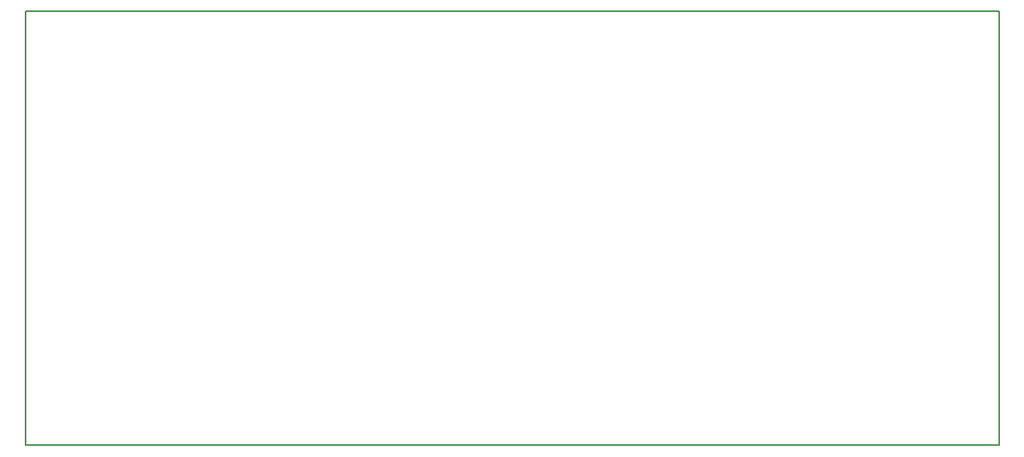
<source format=gm1>
%TF.GenerationSoftware,KiCad,Pcbnew,7.0.1*%
%TF.CreationDate,2024-02-11T14:49:15+00:00*%
%TF.ProjectId,Sys09UART,53797330-3955-4415-9254-2e6b69636164,rev?*%
%TF.SameCoordinates,Original*%
%TF.FileFunction,Profile,NP*%
%FSLAX46Y46*%
G04 Gerber Fmt 4.6, Leading zero omitted, Abs format (unit mm)*
G04 Created by KiCad (PCBNEW 7.0.1) date 2024-02-11 14:49:15*
%MOMM*%
%LPD*%
G01*
G04 APERTURE LIST*
%TA.AperFunction,Profile*%
%ADD10C,0.200000*%
%TD*%
G04 APERTURE END LIST*
D10*
X185415000Y-57404000D02*
X82291000Y-57404000D01*
X185415000Y-57404000D02*
X185420000Y-103378000D01*
X82291000Y-57404000D02*
X82296000Y-103378000D01*
X82296000Y-103378000D02*
X185420000Y-103378000D01*
M02*

</source>
